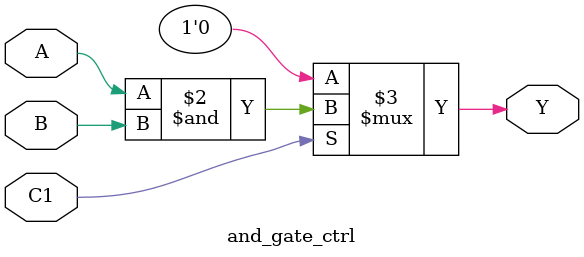
<source format=v>
module and_gate_ctrl (
    input A,
    input B,
    input C1,
    output Y
);

    assign Y = (C1 == 1'b1) ? (A & B) : 1'b0;

endmodule
</source>
